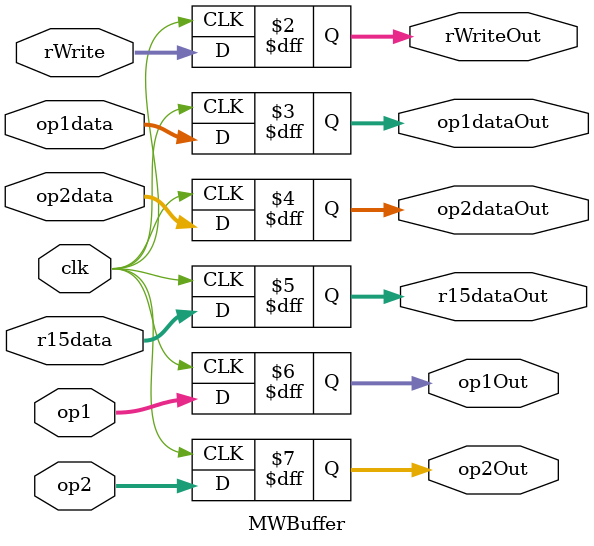
<source format=v>
/*
 * Module by Chase Jones
 */

module MWBuffer(
	//#######
	//Inputs
	//#######
	//Writeback variables
	input [1:0] rWrite,
	//Memory variables
	input [15:0] op1data, op2data, r15data,
	input [3:0] op1, op2,
	input clk,

	//#######
	//Outputs
	//#######
	//Writeback variables
	output reg [1:0] rWriteOut,
	//Memory variables	
	output reg [15:0] op1dataOut, op2dataOut, r15dataOut,
	output reg [3:0] op1Out, op2Out
);

always@(posedge clk)
begin
	// WB	
	rWriteOut <= rWrite;
	// M
	op1dataOut <= op1data;
	op2dataOut <= op2data;
	r15dataOut <= r15data;
	op1Out <= op1;
	op2Out <= op2;
end	

endmodule

</source>
